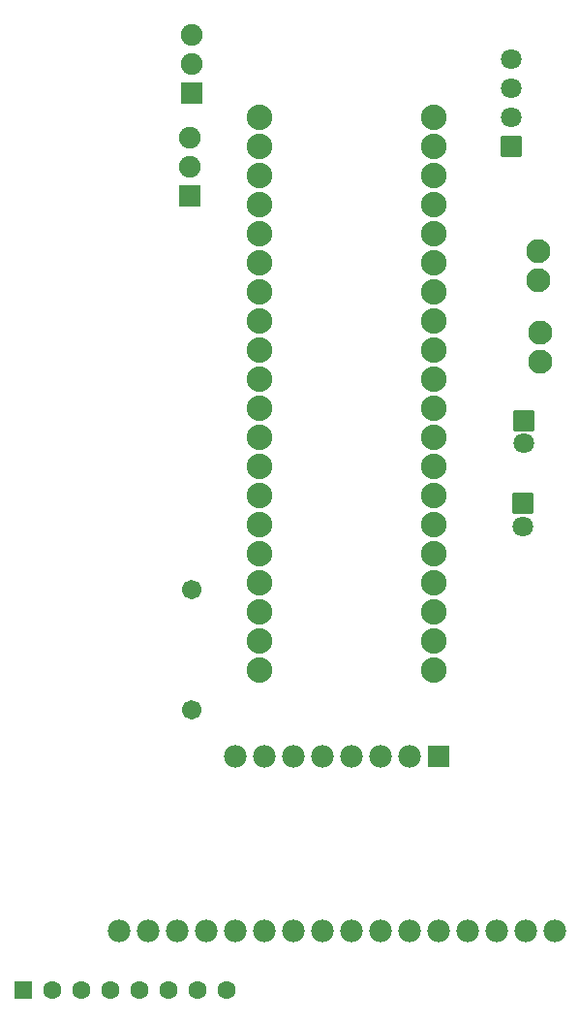
<source format=gbs>
G04 Layer: BottomSolderMaskLayer*
G04 EasyEDA v6.5.23, 2023-05-10 17:44:45*
G04 879318d257fd408eaa7c897814ac9686,36dc43ecd37a4a90800178a54734e8d5,10*
G04 Gerber Generator version 0.2*
G04 Scale: 100 percent, Rotated: No, Reflected: No *
G04 Dimensions in millimeters *
G04 leading zeros omitted , absolute positions ,4 integer and 5 decimal *
%FSLAX45Y45*%
%MOMM*%

%AMMACRO1*1,1,$1,$2,$3*1,1,$1,$4,$5*1,1,$1,0-$2,0-$3*1,1,$1,0-$4,0-$5*20,1,$1,$2,$3,$4,$5,0*20,1,$1,$4,$5,0-$2,0-$3,0*20,1,$1,0-$2,0-$3,0-$4,0-$5,0*20,1,$1,0-$4,0-$5,$2,$3,0*4,1,4,$2,$3,$4,$5,0-$2,0-$3,0-$4,0-$5,$2,$3,0*%
%ADD10MACRO1,0.1016X-0.85X0.85X0.85X0.85*%
%ADD11C,1.8016*%
%ADD12C,1.9016*%
%ADD13MACRO1,0.1016X-0.9X-0.9X-0.9X0.9*%
%ADD14C,1.9812*%
%ADD15R,1.9812X1.9812*%
%ADD16C,1.7016*%
%ADD17C,2.2352*%
%ADD18MACRO1,0.1016X-0.75X0.75X0.75X0.75*%
%ADD19C,1.6016*%
%ADD20MACRO1,0.2032X-0.8X-0.8X-0.8X0.8*%
%ADD21C,1.8032*%
%ADD22C,2.1016*%

%LPD*%
D10*
G01*
X4445000Y-1435100D03*
D11*
G01*
X4445000Y-1181100D03*
G01*
X4445000Y-927100D03*
G01*
X4445000Y-673100D03*
D12*
G01*
X1651000Y-457200D03*
G01*
X1651000Y-711200D03*
D13*
G01*
X1651000Y-965200D03*
D12*
G01*
X1638300Y-1358900D03*
G01*
X1638300Y-1612900D03*
D13*
G01*
X1638300Y-1866900D03*
D14*
G01*
X4826000Y-8280400D03*
G01*
X4572000Y-8280400D03*
G01*
X4318000Y-8280400D03*
G01*
X4064000Y-8280400D03*
G01*
X3810000Y-8280400D03*
G01*
X3556000Y-8280400D03*
G01*
X3302000Y-8280400D03*
G01*
X3048000Y-8280400D03*
G01*
X2794000Y-8280400D03*
G01*
X2540000Y-8280400D03*
G01*
X2286000Y-8280400D03*
G01*
X2032000Y-8280400D03*
G01*
X1778000Y-8280400D03*
G01*
X1524000Y-8280400D03*
G01*
X1270000Y-8280400D03*
G01*
X1016000Y-8280400D03*
D15*
G01*
X3810000Y-6756400D03*
D14*
G01*
X3556000Y-6756400D03*
G01*
X3302000Y-6756400D03*
G01*
X3048000Y-6756400D03*
G01*
X2794000Y-6756400D03*
G01*
X2540000Y-6756400D03*
G01*
X2286000Y-6756400D03*
G01*
X2032000Y-6756400D03*
D16*
G01*
X1651000Y-6354305D03*
G01*
X1651000Y-5304294D03*
D17*
G01*
X3769359Y-6004560D03*
G01*
X3769359Y-5750560D03*
G01*
X3769359Y-5496560D03*
G01*
X3769359Y-5242560D03*
G01*
X3769359Y-4988560D03*
G01*
X3769359Y-4734560D03*
G01*
X3769359Y-4480560D03*
G01*
X3769359Y-4226560D03*
G01*
X3769359Y-3972560D03*
G01*
X3769359Y-3718560D03*
G01*
X3769359Y-3464560D03*
G01*
X3769359Y-3210560D03*
G01*
X3769359Y-2956560D03*
G01*
X3769359Y-2702560D03*
G01*
X3769359Y-2448560D03*
G01*
X3769359Y-2194560D03*
G01*
X3769359Y-1940560D03*
G01*
X3769359Y-1686560D03*
G01*
X3769359Y-1432560D03*
G01*
X3769359Y-1178560D03*
G01*
X2245359Y-6004560D03*
G01*
X2245359Y-5750560D03*
G01*
X2245359Y-5496560D03*
G01*
X2245359Y-5242560D03*
G01*
X2245359Y-4988560D03*
G01*
X2245359Y-4734560D03*
G01*
X2245359Y-4480560D03*
G01*
X2245359Y-4226560D03*
G01*
X2245359Y-3972560D03*
G01*
X2245359Y-3718560D03*
G01*
X2245359Y-3464560D03*
G01*
X2245359Y-3210560D03*
G01*
X2245359Y-2956560D03*
G01*
X2245359Y-2702560D03*
G01*
X2245359Y-2448560D03*
G01*
X2245359Y-2194560D03*
G01*
X2245359Y-1940560D03*
G01*
X2245359Y-1686560D03*
G01*
X2245359Y-1432560D03*
G01*
X2245359Y-1178560D03*
D18*
G01*
X177801Y-8801100D03*
D19*
G01*
X431800Y-8801100D03*
G01*
X685800Y-8801100D03*
G01*
X939800Y-8801100D03*
G01*
X1193800Y-8801100D03*
G01*
X1447800Y-8801100D03*
G01*
X1701800Y-8801100D03*
G01*
X1955800Y-8801100D03*
D20*
G01*
X4559300Y-3824300D03*
D21*
G01*
X4559300Y-4024299D03*
D20*
G01*
X4546600Y-4548200D03*
D21*
G01*
X4546600Y-4748199D03*
D22*
G01*
X4699000Y-3060700D03*
G01*
X4699000Y-3314700D03*
G01*
X4686300Y-2603500D03*
G01*
X4686300Y-2349500D03*
M02*

</source>
